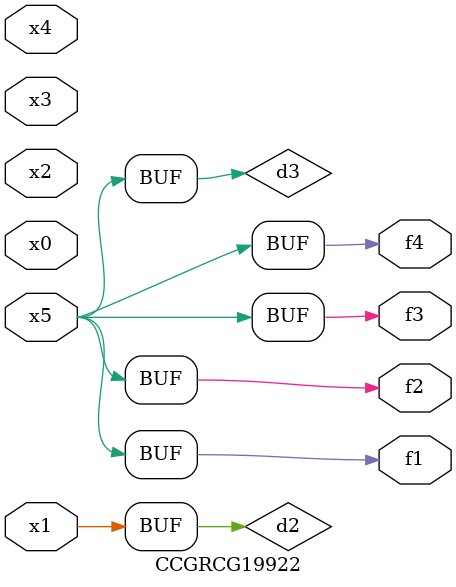
<source format=v>
module CCGRCG19922(
	input x0, x1, x2, x3, x4, x5,
	output f1, f2, f3, f4
);

	wire d1, d2, d3;

	not (d1, x5);
	or (d2, x1);
	xnor (d3, d1);
	assign f1 = d3;
	assign f2 = d3;
	assign f3 = d3;
	assign f4 = d3;
endmodule

</source>
